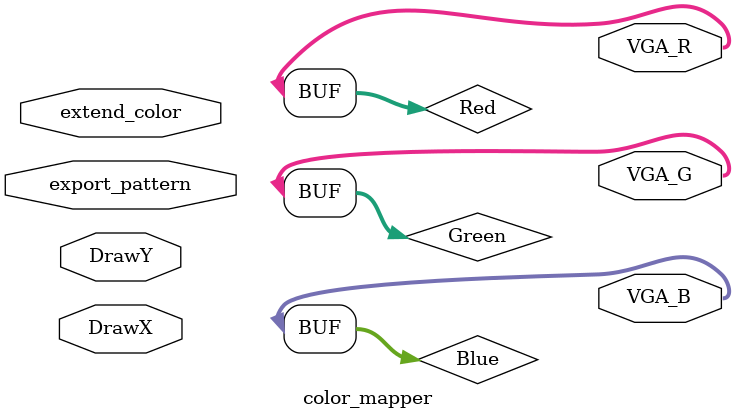
<source format=sv>

module  color_mapper ( input        [9:0] DrawX, DrawY,       // Current pixel coordinates
							  input        [1:0] extend_color,
							  input        [7:0] export_pattern,
                       output logic [7:0] VGA_R, VGA_G, VGA_B // VGA RGB output
                     );
    
    logic [7:0] Red, Green, Blue;
    
    // Output colors to VGA
    assign VGA_R = Red;
    assign VGA_G = Green;
    assign VGA_B = Blue;
    
    
//    always_comb          //color correpond to 00,01,10,11 can be separately defined for each pattern
//    begin
//			case (export_pattern)      //determine the shape code first
//				2'h00: case (extend_color)      //define color code for each shape
//					2'b00: begin
//							 Red = 8'hff;
//							 Green = 8'hff;
//							 Blue = 8'hff;
//					end
//					endcase
//				endcase
//    end 
    
endmodule

</source>
